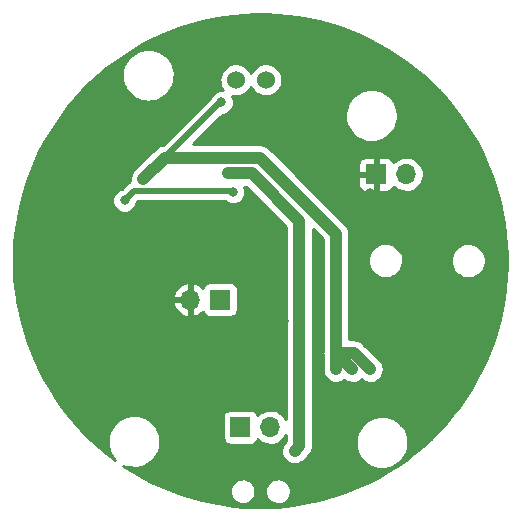
<source format=gbr>
G04 #@! TF.GenerationSoftware,KiCad,Pcbnew,6.0.0-unknown-120637b~86~ubuntu16.04.1*
G04 #@! TF.CreationDate,2019-08-06T10:20:09+03:00*
G04 #@! TF.ProjectId,contact-mic,636f6e74-6163-4742-9d6d-69632e6b6963,rev?*
G04 #@! TF.SameCoordinates,Original*
G04 #@! TF.FileFunction,Copper,L2,Bot*
G04 #@! TF.FilePolarity,Positive*
%FSLAX46Y46*%
G04 Gerber Fmt 4.6, Leading zero omitted, Abs format (unit mm)*
G04 Created by KiCad (PCBNEW 6.0.0-unknown-120637b~86~ubuntu16.04.1) date 2019-08-06 10:20:09*
%MOMM*%
%LPD*%
G04 APERTURE LIST*
%ADD10C,1.524000*%
%ADD11R,1.700000X1.700000*%
%ADD12O,1.700000X1.700000*%
%ADD13C,0.800000*%
%ADD14C,0.500000*%
%ADD15C,1.000000*%
%ADD16C,0.254000*%
G04 APERTURE END LIST*
D10*
X97930000Y-84700000D03*
X100470000Y-84700000D03*
D11*
X109800000Y-92700000D03*
D12*
X112340000Y-92700000D03*
D11*
X96600000Y-103300000D03*
D12*
X94060000Y-103300000D03*
D11*
X98300000Y-114100000D03*
D12*
X100840000Y-114100000D03*
D13*
X97300000Y-92600000D03*
X102900000Y-116100000D03*
X109300000Y-109200000D03*
X107800000Y-109200000D03*
X106400000Y-109200000D03*
X90100000Y-93100000D03*
X109300000Y-94300000D03*
X109800000Y-90900000D03*
X106900000Y-96300000D03*
X108000000Y-92700000D03*
X118900000Y-103700000D03*
X114400000Y-103800000D03*
X116700000Y-106100000D03*
X100800000Y-103700000D03*
X102000000Y-105100000D03*
X92100000Y-95800000D03*
X90400000Y-96600000D03*
X90400000Y-97800000D03*
X93600000Y-98100000D03*
X93700000Y-96800000D03*
X97687500Y-94182498D03*
X88500000Y-94900000D03*
X96700000Y-86600000D03*
D14*
X88500000Y-94900000D02*
X89300000Y-94100000D01*
X89300000Y-94100000D02*
X97605002Y-94100000D01*
X97605002Y-94100000D02*
X97687500Y-94182498D01*
D15*
X90100000Y-93100000D02*
X91900000Y-91300000D01*
X91900000Y-91300000D02*
X99997070Y-91300000D01*
X99997070Y-91300000D02*
X106400000Y-97702930D01*
X106400000Y-97702930D02*
X106400000Y-107800000D01*
X102900000Y-116100000D02*
X103299999Y-115700001D01*
X103299999Y-115700001D02*
X103299999Y-96647747D01*
X99252252Y-92600000D02*
X97300000Y-92600000D01*
X103299999Y-96647747D02*
X99252252Y-92600000D01*
X107900000Y-107800000D02*
X109300000Y-109200000D01*
X106400000Y-107800000D02*
X107900000Y-107800000D01*
X106400000Y-107800000D02*
X106400000Y-109200000D01*
X106400000Y-107800000D02*
X107800000Y-109200000D01*
D14*
X90100000Y-93100000D02*
X96600000Y-86600000D01*
X96600000Y-86600000D02*
X96700000Y-86600000D01*
D16*
G36*
X91577602Y-119096084D02*
G01*
X90752696Y-118710547D01*
X89945321Y-118289359D01*
X89157131Y-117833380D01*
X88395156Y-117347013D01*
X88664028Y-117447006D01*
X88961294Y-117513452D01*
X89264828Y-117538941D01*
X89569012Y-117523000D01*
X89868220Y-117465923D01*
X90156911Y-117368767D01*
X90429747Y-117233330D01*
X90681678Y-117062119D01*
X90908041Y-116858300D01*
X91104649Y-116625646D01*
X91267863Y-116368463D01*
X91394663Y-116091507D01*
X91482702Y-115799906D01*
X91530456Y-115498399D01*
X91534122Y-115148356D01*
X91492692Y-114845916D01*
X91410780Y-114552534D01*
X91289808Y-114272984D01*
X91132015Y-114012438D01*
X90940323Y-113775718D01*
X90718277Y-113567204D01*
X90469988Y-113390753D01*
X90200049Y-113249633D01*
X89913454Y-113146452D01*
X89615509Y-113083121D01*
X89311724Y-113060813D01*
X89007723Y-113079939D01*
X88709131Y-113140147D01*
X88421472Y-113240319D01*
X88150070Y-113378606D01*
X87899946Y-113552446D01*
X87675729Y-113758624D01*
X87481568Y-113993324D01*
X87321057Y-114252203D01*
X87197163Y-114530471D01*
X87112183Y-114822979D01*
X87067685Y-115124313D01*
X87064496Y-115428898D01*
X87102672Y-115731098D01*
X87181510Y-116025321D01*
X87299547Y-116306122D01*
X87454602Y-116568307D01*
X87643805Y-116807021D01*
X87695326Y-116856428D01*
X87644116Y-116820503D01*
X86922165Y-116265529D01*
X86225131Y-115679611D01*
X85554306Y-115063835D01*
X84910971Y-114419376D01*
X84296376Y-113747488D01*
X83711664Y-113049419D01*
X83157963Y-112326516D01*
X82636309Y-111580131D01*
X82147725Y-110811730D01*
X81693113Y-110022729D01*
X81273348Y-109214648D01*
X80889239Y-108389043D01*
X80541503Y-107547458D01*
X80230804Y-106691494D01*
X79957744Y-105822820D01*
X79722831Y-104943041D01*
X79526520Y-104053862D01*
X79416727Y-103428000D01*
X92570513Y-103428000D01*
X92633456Y-103727983D01*
X92725961Y-103962222D01*
X92856610Y-104177526D01*
X93021669Y-104367739D01*
X93216416Y-104527422D01*
X93435284Y-104652009D01*
X93674831Y-104738960D01*
X93932000Y-104773047D01*
X93932000Y-103428000D01*
X92570513Y-103428000D01*
X79416727Y-103428000D01*
X79371817Y-103172000D01*
X92579957Y-103172000D01*
X93932000Y-103172000D01*
X93932000Y-101826953D01*
X94188000Y-101826953D01*
X94188000Y-104799978D01*
X94554708Y-104704800D01*
X94784329Y-104601363D01*
X94993240Y-104460716D01*
X95147535Y-104313526D01*
X95188795Y-104467512D01*
X95336185Y-104643165D01*
X95529814Y-104754956D01*
X95738976Y-104791837D01*
X97466588Y-104791837D01*
X97767512Y-104711205D01*
X97943165Y-104563815D01*
X98054956Y-104370186D01*
X98091837Y-104161024D01*
X98091837Y-102433412D01*
X98011205Y-102132489D01*
X97863815Y-101956835D01*
X97670186Y-101845044D01*
X97461024Y-101808163D01*
X95733412Y-101808163D01*
X95432489Y-101888795D01*
X95256835Y-102036185D01*
X95145044Y-102229814D01*
X95136796Y-102276588D01*
X95098331Y-102232261D01*
X94903584Y-102072578D01*
X94684716Y-101947991D01*
X94445169Y-101861040D01*
X94188000Y-101826953D01*
X93932000Y-101826953D01*
X93932000Y-101800022D01*
X93565292Y-101895200D01*
X93335671Y-101998637D01*
X93126760Y-102139284D01*
X92944534Y-102313119D01*
X92794203Y-102515172D01*
X92680064Y-102739666D01*
X92605382Y-102980181D01*
X92579957Y-103172000D01*
X79371817Y-103172000D01*
X79369176Y-103156948D01*
X79251109Y-102254058D01*
X79172538Y-101346858D01*
X79133611Y-100437086D01*
X79134406Y-99526487D01*
X79174919Y-98616807D01*
X79255075Y-97709744D01*
X79374720Y-96807039D01*
X79533628Y-95910398D01*
X79731488Y-95021579D01*
X79800781Y-94763872D01*
X87466000Y-94763872D01*
X87466000Y-95036128D01*
X87536466Y-95299109D01*
X87672594Y-95534891D01*
X87865109Y-95727406D01*
X88100891Y-95863534D01*
X88363872Y-95934000D01*
X88636128Y-95934000D01*
X88899109Y-95863534D01*
X89134891Y-95727406D01*
X89327406Y-95534891D01*
X89463534Y-95299109D01*
X89504705Y-95145458D01*
X89666163Y-94984000D01*
X97026705Y-94984000D01*
X97052609Y-95009904D01*
X97288391Y-95146032D01*
X97551372Y-95216498D01*
X97823628Y-95216498D01*
X98086609Y-95146032D01*
X98322391Y-95009904D01*
X98514906Y-94817389D01*
X98651034Y-94581607D01*
X98721500Y-94318626D01*
X98721500Y-94046370D01*
X98651034Y-93783389D01*
X98622519Y-93734000D01*
X98782535Y-93734000D01*
X102166000Y-97117465D01*
X102165999Y-113424529D01*
X102043390Y-113222474D01*
X101878331Y-113032261D01*
X101683584Y-112872578D01*
X101464716Y-112747991D01*
X101225169Y-112661040D01*
X100885352Y-112616000D01*
X100776810Y-112616000D01*
X100589058Y-112631931D01*
X100345292Y-112695200D01*
X100115671Y-112798637D01*
X99906760Y-112939284D01*
X99752465Y-113086474D01*
X99711205Y-112932489D01*
X99563815Y-112756835D01*
X99370186Y-112645044D01*
X99161024Y-112608163D01*
X97433412Y-112608163D01*
X97132489Y-112688795D01*
X96956835Y-112836185D01*
X96845044Y-113029814D01*
X96808163Y-113238976D01*
X96808163Y-114966588D01*
X96888795Y-115267512D01*
X97036185Y-115443165D01*
X97229814Y-115554956D01*
X97438976Y-115591837D01*
X99166588Y-115591837D01*
X99467512Y-115511205D01*
X99643165Y-115363815D01*
X99754956Y-115170186D01*
X99763204Y-115123412D01*
X99801669Y-115167739D01*
X99996416Y-115327422D01*
X100215284Y-115452009D01*
X100454831Y-115538960D01*
X100794648Y-115584000D01*
X100903190Y-115584000D01*
X101090942Y-115568069D01*
X101334708Y-115504800D01*
X101564329Y-115401363D01*
X101773240Y-115260716D01*
X101955466Y-115086881D01*
X102105797Y-114884828D01*
X102165999Y-114766420D01*
X102165999Y-115230285D01*
X102049512Y-115346771D01*
X101922899Y-115508246D01*
X101809951Y-115758399D01*
X101759932Y-116028274D01*
X101775733Y-116302288D01*
X101856437Y-116564624D01*
X101997389Y-116800136D01*
X102190449Y-116995231D01*
X102424474Y-117138641D01*
X102685951Y-117222088D01*
X102959784Y-117240755D01*
X103230167Y-117193566D01*
X103481795Y-117083109D01*
X103654817Y-116948901D01*
X104074047Y-116529670D01*
X104148909Y-116464364D01*
X104210745Y-116376381D01*
X104277100Y-116291755D01*
X104289460Y-116264380D01*
X104306732Y-116239805D01*
X104345789Y-116139625D01*
X104390048Y-116041604D01*
X104395523Y-116012069D01*
X104406554Y-115983772D01*
X104418945Y-115885692D01*
X104440067Y-115771728D01*
X104433999Y-115666499D01*
X104433999Y-115528898D01*
X108064496Y-115528898D01*
X108102672Y-115831098D01*
X108181510Y-116125321D01*
X108299547Y-116406122D01*
X108454602Y-116668307D01*
X108643805Y-116907021D01*
X108863655Y-117117849D01*
X109110083Y-117296890D01*
X109378530Y-117440830D01*
X109664028Y-117547006D01*
X109961294Y-117613452D01*
X110264828Y-117638941D01*
X110569012Y-117623000D01*
X110868220Y-117565923D01*
X111156911Y-117468767D01*
X111429747Y-117333330D01*
X111681678Y-117162119D01*
X111908041Y-116958300D01*
X112104649Y-116725646D01*
X112267863Y-116468463D01*
X112394663Y-116191507D01*
X112482702Y-115899906D01*
X112530456Y-115598399D01*
X112534122Y-115248356D01*
X112492692Y-114945916D01*
X112410780Y-114652534D01*
X112289808Y-114372984D01*
X112132015Y-114112438D01*
X111940323Y-113875718D01*
X111718277Y-113667204D01*
X111469988Y-113490753D01*
X111200049Y-113349633D01*
X110913454Y-113246452D01*
X110615509Y-113183121D01*
X110311724Y-113160813D01*
X110007723Y-113179939D01*
X109709131Y-113240147D01*
X109421472Y-113340319D01*
X109150070Y-113478606D01*
X108899946Y-113652446D01*
X108675729Y-113858624D01*
X108481568Y-114093324D01*
X108321057Y-114352203D01*
X108197163Y-114630471D01*
X108112183Y-114922979D01*
X108067685Y-115224313D01*
X108064496Y-115528898D01*
X104433999Y-115528898D01*
X104433999Y-97340646D01*
X105266000Y-98172647D01*
X105266001Y-107733549D01*
X105266000Y-107733557D01*
X105266000Y-107760692D01*
X105259245Y-107859784D01*
X105265437Y-107895264D01*
X105265248Y-107931292D01*
X105266000Y-107934425D01*
X105266001Y-109268772D01*
X105290652Y-109472482D01*
X105387671Y-109729233D01*
X105543133Y-109955431D01*
X105748063Y-110138017D01*
X105990629Y-110266449D01*
X106256830Y-110333314D01*
X106531296Y-110334752D01*
X106798182Y-110270678D01*
X107042080Y-110144792D01*
X107101231Y-110093191D01*
X107208245Y-110177101D01*
X107458398Y-110290049D01*
X107728273Y-110340068D01*
X108002288Y-110324267D01*
X108264624Y-110243563D01*
X108500137Y-110102611D01*
X108550139Y-110053130D01*
X108708245Y-110177101D01*
X108958398Y-110290049D01*
X109228273Y-110340068D01*
X109502288Y-110324267D01*
X109764624Y-110243563D01*
X110000136Y-110102611D01*
X110195231Y-109909551D01*
X110338641Y-109675526D01*
X110422088Y-109414049D01*
X110440755Y-109140215D01*
X110393566Y-108869832D01*
X110283109Y-108618204D01*
X110148901Y-108445182D01*
X108729669Y-107025952D01*
X108664363Y-106951090D01*
X108576380Y-106889254D01*
X108491754Y-106822899D01*
X108464378Y-106810538D01*
X108439804Y-106793268D01*
X108339615Y-106754205D01*
X108241600Y-106709950D01*
X108212071Y-106704478D01*
X108183772Y-106693445D01*
X108085693Y-106681055D01*
X107971726Y-106659932D01*
X107866497Y-106666000D01*
X107534000Y-106666000D01*
X107534000Y-99984404D01*
X109110720Y-99984404D01*
X109129384Y-100235554D01*
X109190097Y-100479970D01*
X109291123Y-100710662D01*
X109429575Y-100921033D01*
X109601493Y-101105071D01*
X109801960Y-101257510D01*
X110025246Y-101373992D01*
X110264966Y-101451190D01*
X110514266Y-101486892D01*
X110766017Y-101480080D01*
X111013022Y-101430948D01*
X111248216Y-101340901D01*
X111464877Y-101212512D01*
X111656807Y-101049455D01*
X111818521Y-100856391D01*
X111945393Y-100638840D01*
X112033796Y-100403022D01*
X112081318Y-100155082D01*
X112083104Y-99984404D01*
X116110720Y-99984404D01*
X116129384Y-100235554D01*
X116190097Y-100479970D01*
X116291123Y-100710662D01*
X116429575Y-100921033D01*
X116601493Y-101105071D01*
X116801960Y-101257510D01*
X117025246Y-101373992D01*
X117264966Y-101451190D01*
X117514266Y-101486892D01*
X117766017Y-101480080D01*
X118013022Y-101430948D01*
X118248216Y-101340901D01*
X118464877Y-101212512D01*
X118656807Y-101049455D01*
X118818521Y-100856391D01*
X118945393Y-100638840D01*
X119033796Y-100403022D01*
X119081318Y-100155082D01*
X119084240Y-99875974D01*
X119041922Y-99627094D01*
X118958477Y-99389476D01*
X118836188Y-99169315D01*
X118678554Y-98972907D01*
X118490080Y-98805866D01*
X118276156Y-98672969D01*
X118042899Y-98578016D01*
X117796977Y-98523721D01*
X117545424Y-98511638D01*
X117295431Y-98542113D01*
X117054147Y-98614272D01*
X116828470Y-98726053D01*
X116624854Y-98874261D01*
X116449120Y-99054656D01*
X116306293Y-99262083D01*
X116200457Y-99490609D01*
X116134639Y-99733699D01*
X116110720Y-99984404D01*
X112083104Y-99984404D01*
X112084240Y-99875974D01*
X112041922Y-99627094D01*
X111958477Y-99389476D01*
X111836188Y-99169315D01*
X111678554Y-98972907D01*
X111490080Y-98805866D01*
X111276156Y-98672969D01*
X111042899Y-98578016D01*
X110796977Y-98523721D01*
X110545424Y-98511638D01*
X110295431Y-98542113D01*
X110054147Y-98614272D01*
X109828470Y-98726053D01*
X109624854Y-98874261D01*
X109449120Y-99054656D01*
X109306293Y-99262083D01*
X109200457Y-99490609D01*
X109134639Y-99733699D01*
X109110720Y-99984404D01*
X107534000Y-99984404D01*
X107534000Y-97742232D01*
X107540755Y-97643145D01*
X107522269Y-97537222D01*
X107509349Y-97430447D01*
X107498729Y-97402345D01*
X107493567Y-97372762D01*
X107450347Y-97274307D01*
X107412331Y-97173698D01*
X107395316Y-97148940D01*
X107383109Y-97121133D01*
X107322519Y-97043020D01*
X107256868Y-96947499D01*
X107178149Y-96877362D01*
X103128787Y-92828000D01*
X108308163Y-92828000D01*
X108308163Y-93566588D01*
X108388795Y-93867512D01*
X108536185Y-94043165D01*
X108729814Y-94154956D01*
X108938976Y-94191837D01*
X109672000Y-94191837D01*
X109672000Y-92828000D01*
X108308163Y-92828000D01*
X103128787Y-92828000D01*
X102139763Y-91838976D01*
X108308163Y-91838976D01*
X108308163Y-92572000D01*
X109672000Y-92572000D01*
X109672000Y-91208163D01*
X109928000Y-91208163D01*
X109928000Y-94191837D01*
X110666588Y-94191837D01*
X110967512Y-94111205D01*
X111143165Y-93963815D01*
X111254956Y-93770186D01*
X111263204Y-93723412D01*
X111301669Y-93767739D01*
X111496416Y-93927422D01*
X111715284Y-94052009D01*
X111954831Y-94138960D01*
X112294648Y-94184000D01*
X112403190Y-94184000D01*
X112590942Y-94168069D01*
X112834708Y-94104800D01*
X113064329Y-94001363D01*
X113273240Y-93860716D01*
X113455466Y-93686881D01*
X113605797Y-93484828D01*
X113719936Y-93260334D01*
X113794618Y-93019819D01*
X113827708Y-92770159D01*
X113818260Y-92518492D01*
X113766544Y-92272017D01*
X113674039Y-92037778D01*
X113543390Y-91822474D01*
X113378331Y-91632261D01*
X113183584Y-91472578D01*
X112964716Y-91347991D01*
X112725169Y-91261040D01*
X112385352Y-91216000D01*
X112276810Y-91216000D01*
X112089058Y-91231931D01*
X111845292Y-91295200D01*
X111615671Y-91398637D01*
X111406760Y-91539284D01*
X111252465Y-91686474D01*
X111211205Y-91532489D01*
X111063815Y-91356835D01*
X110870186Y-91245044D01*
X110661024Y-91208163D01*
X109928000Y-91208163D01*
X109672000Y-91208163D01*
X108933412Y-91208163D01*
X108632489Y-91288795D01*
X108456835Y-91436185D01*
X108345044Y-91629814D01*
X108308163Y-91838976D01*
X102139763Y-91838976D01*
X100826746Y-90525960D01*
X100761433Y-90451090D01*
X100673450Y-90389254D01*
X100588824Y-90322899D01*
X100561448Y-90310538D01*
X100536874Y-90293268D01*
X100436685Y-90254205D01*
X100338670Y-90209950D01*
X100309141Y-90204478D01*
X100280842Y-90193445D01*
X100182763Y-90181055D01*
X100068796Y-90159932D01*
X99963567Y-90166000D01*
X94284164Y-90166000D01*
X96621266Y-87828898D01*
X107164496Y-87828898D01*
X107202672Y-88131098D01*
X107281510Y-88425321D01*
X107399547Y-88706122D01*
X107554602Y-88968307D01*
X107743805Y-89207021D01*
X107963655Y-89417849D01*
X108210083Y-89596890D01*
X108478530Y-89740830D01*
X108764028Y-89847006D01*
X109061294Y-89913452D01*
X109364828Y-89938941D01*
X109669012Y-89923000D01*
X109968220Y-89865923D01*
X110256911Y-89768767D01*
X110529747Y-89633330D01*
X110781678Y-89462119D01*
X111008041Y-89258300D01*
X111204649Y-89025646D01*
X111367863Y-88768463D01*
X111494663Y-88491507D01*
X111582702Y-88199906D01*
X111630456Y-87898399D01*
X111634122Y-87548356D01*
X111592692Y-87245916D01*
X111510780Y-86952534D01*
X111389808Y-86672984D01*
X111232015Y-86412438D01*
X111040323Y-86175718D01*
X110818277Y-85967204D01*
X110569988Y-85790753D01*
X110300049Y-85649633D01*
X110013454Y-85546452D01*
X109715509Y-85483121D01*
X109411724Y-85460813D01*
X109107723Y-85479939D01*
X108809131Y-85540147D01*
X108521472Y-85640319D01*
X108250070Y-85778606D01*
X107999946Y-85952446D01*
X107775729Y-86158624D01*
X107581568Y-86393324D01*
X107421057Y-86652203D01*
X107297163Y-86930471D01*
X107212183Y-87222979D01*
X107167685Y-87524313D01*
X107164496Y-87828898D01*
X96621266Y-87828898D01*
X96816164Y-87634000D01*
X96836128Y-87634000D01*
X97099109Y-87563534D01*
X97334891Y-87427406D01*
X97527406Y-87234891D01*
X97663534Y-86999109D01*
X97734000Y-86736128D01*
X97734000Y-86463872D01*
X97663534Y-86200891D01*
X97576821Y-86050699D01*
X97689019Y-86080762D01*
X97937339Y-86101615D01*
X98185428Y-86078164D01*
X98425442Y-86011150D01*
X98649796Y-85902693D01*
X98851399Y-85756221D01*
X99023878Y-85576362D01*
X99161780Y-85368802D01*
X99200119Y-85280206D01*
X99245291Y-85381664D01*
X99385360Y-85587768D01*
X99559711Y-85765811D01*
X99762837Y-85910164D01*
X99988315Y-86016266D01*
X100229019Y-86080762D01*
X100477339Y-86101615D01*
X100725428Y-86078164D01*
X100965442Y-86011150D01*
X101189796Y-85902693D01*
X101391399Y-85756221D01*
X101563878Y-85576362D01*
X101701780Y-85368802D01*
X101800747Y-85140102D01*
X101858031Y-84895872D01*
X101866380Y-84577041D01*
X101821956Y-84330147D01*
X101735094Y-84096581D01*
X101608244Y-83882089D01*
X101445414Y-83693449D01*
X101251754Y-83536627D01*
X101033384Y-83416576D01*
X100797205Y-83337093D01*
X100550684Y-83300690D01*
X100301612Y-83308517D01*
X100057863Y-83360328D01*
X99827141Y-83454484D01*
X99616739Y-83588009D01*
X99433308Y-83756683D01*
X99282645Y-83955173D01*
X99201634Y-84114167D01*
X99195094Y-84096581D01*
X99068244Y-83882089D01*
X98905414Y-83693449D01*
X98711754Y-83536627D01*
X98493384Y-83416576D01*
X98257205Y-83337093D01*
X98010684Y-83300690D01*
X97761612Y-83308517D01*
X97517863Y-83360328D01*
X97287141Y-83454484D01*
X97076739Y-83588009D01*
X96893308Y-83756683D01*
X96742645Y-83955173D01*
X96629513Y-84177208D01*
X96557489Y-84415766D01*
X96528847Y-84663310D01*
X96544494Y-84912013D01*
X96603934Y-85154014D01*
X96705291Y-85381664D01*
X96830566Y-85566000D01*
X96563872Y-85566000D01*
X96300891Y-85636466D01*
X96065109Y-85772594D01*
X95872594Y-85965109D01*
X95736465Y-86200891D01*
X95731897Y-86217939D01*
X91780101Y-90169736D01*
X91734291Y-90177731D01*
X91627517Y-90190651D01*
X91599415Y-90201271D01*
X91569832Y-90206433D01*
X91471377Y-90249653D01*
X91370768Y-90287669D01*
X91346010Y-90304684D01*
X91318203Y-90316891D01*
X91240090Y-90377481D01*
X91144569Y-90443132D01*
X91074440Y-90521843D01*
X89249512Y-92346771D01*
X89122899Y-92508246D01*
X89009951Y-92758399D01*
X88959932Y-93028274D01*
X88974272Y-93276950D01*
X88966398Y-93280529D01*
X88880354Y-93311592D01*
X88852102Y-93332498D01*
X88818836Y-93347622D01*
X88740850Y-93414819D01*
X88718413Y-93431422D01*
X88698684Y-93451152D01*
X88627009Y-93512911D01*
X88608741Y-93541094D01*
X88254541Y-93895295D01*
X88100891Y-93936466D01*
X87865109Y-94072594D01*
X87672594Y-94265109D01*
X87536466Y-94500891D01*
X87466000Y-94763872D01*
X79800781Y-94763872D01*
X79967935Y-94142217D01*
X80242511Y-93274015D01*
X80554704Y-92418596D01*
X80903916Y-91577602D01*
X81289453Y-90752696D01*
X81710641Y-89945321D01*
X82166620Y-89157131D01*
X82656544Y-88389584D01*
X83179497Y-87644116D01*
X83734471Y-86922165D01*
X84320389Y-86225131D01*
X84936165Y-85554306D01*
X85580624Y-84910971D01*
X86107636Y-84428898D01*
X88264496Y-84428898D01*
X88302672Y-84731098D01*
X88381510Y-85025321D01*
X88499547Y-85306122D01*
X88654602Y-85568307D01*
X88843805Y-85807021D01*
X89063655Y-86017849D01*
X89310083Y-86196890D01*
X89578530Y-86340830D01*
X89864028Y-86447006D01*
X90161294Y-86513452D01*
X90464828Y-86538941D01*
X90769012Y-86523000D01*
X91068220Y-86465923D01*
X91356911Y-86368767D01*
X91629747Y-86233330D01*
X91881678Y-86062119D01*
X92108041Y-85858300D01*
X92304649Y-85625646D01*
X92467863Y-85368463D01*
X92594663Y-85091507D01*
X92682702Y-84799906D01*
X92730456Y-84498399D01*
X92734122Y-84148356D01*
X92692692Y-83845916D01*
X92610780Y-83552534D01*
X92489808Y-83272984D01*
X92332015Y-83012438D01*
X92140323Y-82775718D01*
X91918277Y-82567204D01*
X91669988Y-82390753D01*
X91400049Y-82249633D01*
X91113454Y-82146452D01*
X90815509Y-82083121D01*
X90511724Y-82060813D01*
X90207723Y-82079939D01*
X89909131Y-82140147D01*
X89621472Y-82240319D01*
X89350070Y-82378606D01*
X89099946Y-82552446D01*
X88875729Y-82758624D01*
X88681568Y-82993324D01*
X88521057Y-83252203D01*
X88397163Y-83530471D01*
X88312183Y-83822979D01*
X88267685Y-84124313D01*
X88264496Y-84428898D01*
X86107636Y-84428898D01*
X86252512Y-84296376D01*
X86950581Y-83711664D01*
X87673484Y-83157963D01*
X88419869Y-82636309D01*
X89188270Y-82147725D01*
X89977271Y-81693113D01*
X90785352Y-81273348D01*
X91610957Y-80889239D01*
X92452542Y-80541503D01*
X93308506Y-80230804D01*
X94177180Y-79957744D01*
X95056959Y-79722831D01*
X95946138Y-79526520D01*
X96843052Y-79369176D01*
X97745942Y-79251109D01*
X98653142Y-79172538D01*
X99562914Y-79133611D01*
X100473513Y-79134406D01*
X101383193Y-79174919D01*
X102290256Y-79255075D01*
X103192961Y-79374720D01*
X104089602Y-79533628D01*
X104978421Y-79731488D01*
X105857783Y-79967935D01*
X106725985Y-80242511D01*
X107581404Y-80554704D01*
X108422398Y-80903916D01*
X109247304Y-81289453D01*
X110054679Y-81710641D01*
X110842869Y-82166620D01*
X111610416Y-82656544D01*
X112355884Y-83179497D01*
X113077835Y-83734471D01*
X113774869Y-84320389D01*
X114445694Y-84936165D01*
X115089029Y-85580624D01*
X115703624Y-86252512D01*
X116288336Y-86950581D01*
X116842037Y-87673484D01*
X117363691Y-88419869D01*
X117852275Y-89188270D01*
X118306887Y-89977271D01*
X118726652Y-90785352D01*
X119110761Y-91610957D01*
X119458497Y-92452542D01*
X119769196Y-93308506D01*
X120042256Y-94177180D01*
X120277169Y-95056959D01*
X120473480Y-95946138D01*
X120630824Y-96843052D01*
X120748891Y-97745942D01*
X120827462Y-98653142D01*
X120866389Y-99562914D01*
X120865594Y-100473513D01*
X120825081Y-101383193D01*
X120744925Y-102290256D01*
X120625280Y-103192961D01*
X120466372Y-104089602D01*
X120268512Y-104978421D01*
X120032065Y-105857783D01*
X119757489Y-106725985D01*
X119445296Y-107581404D01*
X119096084Y-108422398D01*
X118710547Y-109247304D01*
X118289359Y-110054679D01*
X117833380Y-110842869D01*
X117343456Y-111610416D01*
X116820503Y-112355884D01*
X116265529Y-113077835D01*
X115679611Y-113774869D01*
X115063835Y-114445694D01*
X114419376Y-115089029D01*
X113747488Y-115703624D01*
X113049419Y-116288336D01*
X112326516Y-116842037D01*
X111580131Y-117363691D01*
X110811730Y-117852275D01*
X110022729Y-118306887D01*
X109214648Y-118726652D01*
X108389043Y-119110761D01*
X107547458Y-119458497D01*
X106691494Y-119769196D01*
X105822820Y-120042256D01*
X104943041Y-120277169D01*
X104053862Y-120473480D01*
X103156948Y-120630824D01*
X102254058Y-120748891D01*
X101346858Y-120827462D01*
X100437086Y-120866389D01*
X99526487Y-120865594D01*
X98616807Y-120825081D01*
X97709744Y-120744925D01*
X96807039Y-120625280D01*
X95910398Y-120466372D01*
X95021579Y-120268512D01*
X94142217Y-120032065D01*
X93274015Y-119757489D01*
X92640268Y-119526197D01*
X97410418Y-119526197D01*
X97431908Y-119745365D01*
X97497029Y-119955736D01*
X97603120Y-120148716D01*
X97745849Y-120316422D01*
X97919384Y-120452002D01*
X98116638Y-120549919D01*
X98329551Y-120606174D01*
X98549427Y-120618467D01*
X98767284Y-120586297D01*
X98974222Y-120510977D01*
X99161789Y-120395585D01*
X99322323Y-120244834D01*
X99449265Y-120064883D01*
X99537429Y-119863082D01*
X99583262Y-119647458D01*
X99583684Y-119526197D01*
X100410418Y-119526197D01*
X100431908Y-119745365D01*
X100497029Y-119955736D01*
X100603120Y-120148716D01*
X100745849Y-120316422D01*
X100919384Y-120452002D01*
X101116638Y-120549919D01*
X101329551Y-120606174D01*
X101549427Y-120618467D01*
X101767284Y-120586297D01*
X101974222Y-120510977D01*
X102161789Y-120395585D01*
X102322323Y-120244834D01*
X102449265Y-120064883D01*
X102537429Y-119863082D01*
X102583262Y-119647458D01*
X102584055Y-119420108D01*
X102539729Y-119204169D01*
X102452975Y-119001757D01*
X102327294Y-118820924D01*
X102167817Y-118669056D01*
X101981060Y-118552358D01*
X101774652Y-118475595D01*
X101557024Y-118441905D01*
X101337067Y-118452663D01*
X101123768Y-118507429D01*
X100925835Y-118603966D01*
X100751357Y-118738333D01*
X100607462Y-118905037D01*
X100500025Y-119097272D01*
X100433437Y-119307184D01*
X100410418Y-119526197D01*
X99583684Y-119526197D01*
X99584055Y-119420108D01*
X99539729Y-119204169D01*
X99452975Y-119001757D01*
X99327294Y-118820924D01*
X99167817Y-118669056D01*
X98981060Y-118552358D01*
X98774652Y-118475595D01*
X98557024Y-118441905D01*
X98337067Y-118452663D01*
X98123768Y-118507429D01*
X97925835Y-118603966D01*
X97751357Y-118738333D01*
X97607462Y-118905037D01*
X97500025Y-119097272D01*
X97433437Y-119307184D01*
X97410418Y-119526197D01*
X92640268Y-119526197D01*
X92418596Y-119445296D01*
X91577602Y-119096084D01*
X91577602Y-119096084D01*
G37*
X91577602Y-119096084D02*
X90752696Y-118710547D01*
X89945321Y-118289359D01*
X89157131Y-117833380D01*
X88395156Y-117347013D01*
X88664028Y-117447006D01*
X88961294Y-117513452D01*
X89264828Y-117538941D01*
X89569012Y-117523000D01*
X89868220Y-117465923D01*
X90156911Y-117368767D01*
X90429747Y-117233330D01*
X90681678Y-117062119D01*
X90908041Y-116858300D01*
X91104649Y-116625646D01*
X91267863Y-116368463D01*
X91394663Y-116091507D01*
X91482702Y-115799906D01*
X91530456Y-115498399D01*
X91534122Y-115148356D01*
X91492692Y-114845916D01*
X91410780Y-114552534D01*
X91289808Y-114272984D01*
X91132015Y-114012438D01*
X90940323Y-113775718D01*
X90718277Y-113567204D01*
X90469988Y-113390753D01*
X90200049Y-113249633D01*
X89913454Y-113146452D01*
X89615509Y-113083121D01*
X89311724Y-113060813D01*
X89007723Y-113079939D01*
X88709131Y-113140147D01*
X88421472Y-113240319D01*
X88150070Y-113378606D01*
X87899946Y-113552446D01*
X87675729Y-113758624D01*
X87481568Y-113993324D01*
X87321057Y-114252203D01*
X87197163Y-114530471D01*
X87112183Y-114822979D01*
X87067685Y-115124313D01*
X87064496Y-115428898D01*
X87102672Y-115731098D01*
X87181510Y-116025321D01*
X87299547Y-116306122D01*
X87454602Y-116568307D01*
X87643805Y-116807021D01*
X87695326Y-116856428D01*
X87644116Y-116820503D01*
X86922165Y-116265529D01*
X86225131Y-115679611D01*
X85554306Y-115063835D01*
X84910971Y-114419376D01*
X84296376Y-113747488D01*
X83711664Y-113049419D01*
X83157963Y-112326516D01*
X82636309Y-111580131D01*
X82147725Y-110811730D01*
X81693113Y-110022729D01*
X81273348Y-109214648D01*
X80889239Y-108389043D01*
X80541503Y-107547458D01*
X80230804Y-106691494D01*
X79957744Y-105822820D01*
X79722831Y-104943041D01*
X79526520Y-104053862D01*
X79416727Y-103428000D01*
X92570513Y-103428000D01*
X92633456Y-103727983D01*
X92725961Y-103962222D01*
X92856610Y-104177526D01*
X93021669Y-104367739D01*
X93216416Y-104527422D01*
X93435284Y-104652009D01*
X93674831Y-104738960D01*
X93932000Y-104773047D01*
X93932000Y-103428000D01*
X92570513Y-103428000D01*
X79416727Y-103428000D01*
X79371817Y-103172000D01*
X92579957Y-103172000D01*
X93932000Y-103172000D01*
X93932000Y-101826953D01*
X94188000Y-101826953D01*
X94188000Y-104799978D01*
X94554708Y-104704800D01*
X94784329Y-104601363D01*
X94993240Y-104460716D01*
X95147535Y-104313526D01*
X95188795Y-104467512D01*
X95336185Y-104643165D01*
X95529814Y-104754956D01*
X95738976Y-104791837D01*
X97466588Y-104791837D01*
X97767512Y-104711205D01*
X97943165Y-104563815D01*
X98054956Y-104370186D01*
X98091837Y-104161024D01*
X98091837Y-102433412D01*
X98011205Y-102132489D01*
X97863815Y-101956835D01*
X97670186Y-101845044D01*
X97461024Y-101808163D01*
X95733412Y-101808163D01*
X95432489Y-101888795D01*
X95256835Y-102036185D01*
X95145044Y-102229814D01*
X95136796Y-102276588D01*
X95098331Y-102232261D01*
X94903584Y-102072578D01*
X94684716Y-101947991D01*
X94445169Y-101861040D01*
X94188000Y-101826953D01*
X93932000Y-101826953D01*
X93932000Y-101800022D01*
X93565292Y-101895200D01*
X93335671Y-101998637D01*
X93126760Y-102139284D01*
X92944534Y-102313119D01*
X92794203Y-102515172D01*
X92680064Y-102739666D01*
X92605382Y-102980181D01*
X92579957Y-103172000D01*
X79371817Y-103172000D01*
X79369176Y-103156948D01*
X79251109Y-102254058D01*
X79172538Y-101346858D01*
X79133611Y-100437086D01*
X79134406Y-99526487D01*
X79174919Y-98616807D01*
X79255075Y-97709744D01*
X79374720Y-96807039D01*
X79533628Y-95910398D01*
X79731488Y-95021579D01*
X79800781Y-94763872D01*
X87466000Y-94763872D01*
X87466000Y-95036128D01*
X87536466Y-95299109D01*
X87672594Y-95534891D01*
X87865109Y-95727406D01*
X88100891Y-95863534D01*
X88363872Y-95934000D01*
X88636128Y-95934000D01*
X88899109Y-95863534D01*
X89134891Y-95727406D01*
X89327406Y-95534891D01*
X89463534Y-95299109D01*
X89504705Y-95145458D01*
X89666163Y-94984000D01*
X97026705Y-94984000D01*
X97052609Y-95009904D01*
X97288391Y-95146032D01*
X97551372Y-95216498D01*
X97823628Y-95216498D01*
X98086609Y-95146032D01*
X98322391Y-95009904D01*
X98514906Y-94817389D01*
X98651034Y-94581607D01*
X98721500Y-94318626D01*
X98721500Y-94046370D01*
X98651034Y-93783389D01*
X98622519Y-93734000D01*
X98782535Y-93734000D01*
X102166000Y-97117465D01*
X102165999Y-113424529D01*
X102043390Y-113222474D01*
X101878331Y-113032261D01*
X101683584Y-112872578D01*
X101464716Y-112747991D01*
X101225169Y-112661040D01*
X100885352Y-112616000D01*
X100776810Y-112616000D01*
X100589058Y-112631931D01*
X100345292Y-112695200D01*
X100115671Y-112798637D01*
X99906760Y-112939284D01*
X99752465Y-113086474D01*
X99711205Y-112932489D01*
X99563815Y-112756835D01*
X99370186Y-112645044D01*
X99161024Y-112608163D01*
X97433412Y-112608163D01*
X97132489Y-112688795D01*
X96956835Y-112836185D01*
X96845044Y-113029814D01*
X96808163Y-113238976D01*
X96808163Y-114966588D01*
X96888795Y-115267512D01*
X97036185Y-115443165D01*
X97229814Y-115554956D01*
X97438976Y-115591837D01*
X99166588Y-115591837D01*
X99467512Y-115511205D01*
X99643165Y-115363815D01*
X99754956Y-115170186D01*
X99763204Y-115123412D01*
X99801669Y-115167739D01*
X99996416Y-115327422D01*
X100215284Y-115452009D01*
X100454831Y-115538960D01*
X100794648Y-115584000D01*
X100903190Y-115584000D01*
X101090942Y-115568069D01*
X101334708Y-115504800D01*
X101564329Y-115401363D01*
X101773240Y-115260716D01*
X101955466Y-115086881D01*
X102105797Y-114884828D01*
X102165999Y-114766420D01*
X102165999Y-115230285D01*
X102049512Y-115346771D01*
X101922899Y-115508246D01*
X101809951Y-115758399D01*
X101759932Y-116028274D01*
X101775733Y-116302288D01*
X101856437Y-116564624D01*
X101997389Y-116800136D01*
X102190449Y-116995231D01*
X102424474Y-117138641D01*
X102685951Y-117222088D01*
X102959784Y-117240755D01*
X103230167Y-117193566D01*
X103481795Y-117083109D01*
X103654817Y-116948901D01*
X104074047Y-116529670D01*
X104148909Y-116464364D01*
X104210745Y-116376381D01*
X104277100Y-116291755D01*
X104289460Y-116264380D01*
X104306732Y-116239805D01*
X104345789Y-116139625D01*
X104390048Y-116041604D01*
X104395523Y-116012069D01*
X104406554Y-115983772D01*
X104418945Y-115885692D01*
X104440067Y-115771728D01*
X104433999Y-115666499D01*
X104433999Y-115528898D01*
X108064496Y-115528898D01*
X108102672Y-115831098D01*
X108181510Y-116125321D01*
X108299547Y-116406122D01*
X108454602Y-116668307D01*
X108643805Y-116907021D01*
X108863655Y-117117849D01*
X109110083Y-117296890D01*
X109378530Y-117440830D01*
X109664028Y-117547006D01*
X109961294Y-117613452D01*
X110264828Y-117638941D01*
X110569012Y-117623000D01*
X110868220Y-117565923D01*
X111156911Y-117468767D01*
X111429747Y-117333330D01*
X111681678Y-117162119D01*
X111908041Y-116958300D01*
X112104649Y-116725646D01*
X112267863Y-116468463D01*
X112394663Y-116191507D01*
X112482702Y-115899906D01*
X112530456Y-115598399D01*
X112534122Y-115248356D01*
X112492692Y-114945916D01*
X112410780Y-114652534D01*
X112289808Y-114372984D01*
X112132015Y-114112438D01*
X111940323Y-113875718D01*
X111718277Y-113667204D01*
X111469988Y-113490753D01*
X111200049Y-113349633D01*
X110913454Y-113246452D01*
X110615509Y-113183121D01*
X110311724Y-113160813D01*
X110007723Y-113179939D01*
X109709131Y-113240147D01*
X109421472Y-113340319D01*
X109150070Y-113478606D01*
X108899946Y-113652446D01*
X108675729Y-113858624D01*
X108481568Y-114093324D01*
X108321057Y-114352203D01*
X108197163Y-114630471D01*
X108112183Y-114922979D01*
X108067685Y-115224313D01*
X108064496Y-115528898D01*
X104433999Y-115528898D01*
X104433999Y-97340646D01*
X105266000Y-98172647D01*
X105266001Y-107733549D01*
X105266000Y-107733557D01*
X105266000Y-107760692D01*
X105259245Y-107859784D01*
X105265437Y-107895264D01*
X105265248Y-107931292D01*
X105266000Y-107934425D01*
X105266001Y-109268772D01*
X105290652Y-109472482D01*
X105387671Y-109729233D01*
X105543133Y-109955431D01*
X105748063Y-110138017D01*
X105990629Y-110266449D01*
X106256830Y-110333314D01*
X106531296Y-110334752D01*
X106798182Y-110270678D01*
X107042080Y-110144792D01*
X107101231Y-110093191D01*
X107208245Y-110177101D01*
X107458398Y-110290049D01*
X107728273Y-110340068D01*
X108002288Y-110324267D01*
X108264624Y-110243563D01*
X108500137Y-110102611D01*
X108550139Y-110053130D01*
X108708245Y-110177101D01*
X108958398Y-110290049D01*
X109228273Y-110340068D01*
X109502288Y-110324267D01*
X109764624Y-110243563D01*
X110000136Y-110102611D01*
X110195231Y-109909551D01*
X110338641Y-109675526D01*
X110422088Y-109414049D01*
X110440755Y-109140215D01*
X110393566Y-108869832D01*
X110283109Y-108618204D01*
X110148901Y-108445182D01*
X108729669Y-107025952D01*
X108664363Y-106951090D01*
X108576380Y-106889254D01*
X108491754Y-106822899D01*
X108464378Y-106810538D01*
X108439804Y-106793268D01*
X108339615Y-106754205D01*
X108241600Y-106709950D01*
X108212071Y-106704478D01*
X108183772Y-106693445D01*
X108085693Y-106681055D01*
X107971726Y-106659932D01*
X107866497Y-106666000D01*
X107534000Y-106666000D01*
X107534000Y-99984404D01*
X109110720Y-99984404D01*
X109129384Y-100235554D01*
X109190097Y-100479970D01*
X109291123Y-100710662D01*
X109429575Y-100921033D01*
X109601493Y-101105071D01*
X109801960Y-101257510D01*
X110025246Y-101373992D01*
X110264966Y-101451190D01*
X110514266Y-101486892D01*
X110766017Y-101480080D01*
X111013022Y-101430948D01*
X111248216Y-101340901D01*
X111464877Y-101212512D01*
X111656807Y-101049455D01*
X111818521Y-100856391D01*
X111945393Y-100638840D01*
X112033796Y-100403022D01*
X112081318Y-100155082D01*
X112083104Y-99984404D01*
X116110720Y-99984404D01*
X116129384Y-100235554D01*
X116190097Y-100479970D01*
X116291123Y-100710662D01*
X116429575Y-100921033D01*
X116601493Y-101105071D01*
X116801960Y-101257510D01*
X117025246Y-101373992D01*
X117264966Y-101451190D01*
X117514266Y-101486892D01*
X117766017Y-101480080D01*
X118013022Y-101430948D01*
X118248216Y-101340901D01*
X118464877Y-101212512D01*
X118656807Y-101049455D01*
X118818521Y-100856391D01*
X118945393Y-100638840D01*
X119033796Y-100403022D01*
X119081318Y-100155082D01*
X119084240Y-99875974D01*
X119041922Y-99627094D01*
X118958477Y-99389476D01*
X118836188Y-99169315D01*
X118678554Y-98972907D01*
X118490080Y-98805866D01*
X118276156Y-98672969D01*
X118042899Y-98578016D01*
X117796977Y-98523721D01*
X117545424Y-98511638D01*
X117295431Y-98542113D01*
X117054147Y-98614272D01*
X116828470Y-98726053D01*
X116624854Y-98874261D01*
X116449120Y-99054656D01*
X116306293Y-99262083D01*
X116200457Y-99490609D01*
X116134639Y-99733699D01*
X116110720Y-99984404D01*
X112083104Y-99984404D01*
X112084240Y-99875974D01*
X112041922Y-99627094D01*
X111958477Y-99389476D01*
X111836188Y-99169315D01*
X111678554Y-98972907D01*
X111490080Y-98805866D01*
X111276156Y-98672969D01*
X111042899Y-98578016D01*
X110796977Y-98523721D01*
X110545424Y-98511638D01*
X110295431Y-98542113D01*
X110054147Y-98614272D01*
X109828470Y-98726053D01*
X109624854Y-98874261D01*
X109449120Y-99054656D01*
X109306293Y-99262083D01*
X109200457Y-99490609D01*
X109134639Y-99733699D01*
X109110720Y-99984404D01*
X107534000Y-99984404D01*
X107534000Y-97742232D01*
X107540755Y-97643145D01*
X107522269Y-97537222D01*
X107509349Y-97430447D01*
X107498729Y-97402345D01*
X107493567Y-97372762D01*
X107450347Y-97274307D01*
X107412331Y-97173698D01*
X107395316Y-97148940D01*
X107383109Y-97121133D01*
X107322519Y-97043020D01*
X107256868Y-96947499D01*
X107178149Y-96877362D01*
X103128787Y-92828000D01*
X108308163Y-92828000D01*
X108308163Y-93566588D01*
X108388795Y-93867512D01*
X108536185Y-94043165D01*
X108729814Y-94154956D01*
X108938976Y-94191837D01*
X109672000Y-94191837D01*
X109672000Y-92828000D01*
X108308163Y-92828000D01*
X103128787Y-92828000D01*
X102139763Y-91838976D01*
X108308163Y-91838976D01*
X108308163Y-92572000D01*
X109672000Y-92572000D01*
X109672000Y-91208163D01*
X109928000Y-91208163D01*
X109928000Y-94191837D01*
X110666588Y-94191837D01*
X110967512Y-94111205D01*
X111143165Y-93963815D01*
X111254956Y-93770186D01*
X111263204Y-93723412D01*
X111301669Y-93767739D01*
X111496416Y-93927422D01*
X111715284Y-94052009D01*
X111954831Y-94138960D01*
X112294648Y-94184000D01*
X112403190Y-94184000D01*
X112590942Y-94168069D01*
X112834708Y-94104800D01*
X113064329Y-94001363D01*
X113273240Y-93860716D01*
X113455466Y-93686881D01*
X113605797Y-93484828D01*
X113719936Y-93260334D01*
X113794618Y-93019819D01*
X113827708Y-92770159D01*
X113818260Y-92518492D01*
X113766544Y-92272017D01*
X113674039Y-92037778D01*
X113543390Y-91822474D01*
X113378331Y-91632261D01*
X113183584Y-91472578D01*
X112964716Y-91347991D01*
X112725169Y-91261040D01*
X112385352Y-91216000D01*
X112276810Y-91216000D01*
X112089058Y-91231931D01*
X111845292Y-91295200D01*
X111615671Y-91398637D01*
X111406760Y-91539284D01*
X111252465Y-91686474D01*
X111211205Y-91532489D01*
X111063815Y-91356835D01*
X110870186Y-91245044D01*
X110661024Y-91208163D01*
X109928000Y-91208163D01*
X109672000Y-91208163D01*
X108933412Y-91208163D01*
X108632489Y-91288795D01*
X108456835Y-91436185D01*
X108345044Y-91629814D01*
X108308163Y-91838976D01*
X102139763Y-91838976D01*
X100826746Y-90525960D01*
X100761433Y-90451090D01*
X100673450Y-90389254D01*
X100588824Y-90322899D01*
X100561448Y-90310538D01*
X100536874Y-90293268D01*
X100436685Y-90254205D01*
X100338670Y-90209950D01*
X100309141Y-90204478D01*
X100280842Y-90193445D01*
X100182763Y-90181055D01*
X100068796Y-90159932D01*
X99963567Y-90166000D01*
X94284164Y-90166000D01*
X96621266Y-87828898D01*
X107164496Y-87828898D01*
X107202672Y-88131098D01*
X107281510Y-88425321D01*
X107399547Y-88706122D01*
X107554602Y-88968307D01*
X107743805Y-89207021D01*
X107963655Y-89417849D01*
X108210083Y-89596890D01*
X108478530Y-89740830D01*
X108764028Y-89847006D01*
X109061294Y-89913452D01*
X109364828Y-89938941D01*
X109669012Y-89923000D01*
X109968220Y-89865923D01*
X110256911Y-89768767D01*
X110529747Y-89633330D01*
X110781678Y-89462119D01*
X111008041Y-89258300D01*
X111204649Y-89025646D01*
X111367863Y-88768463D01*
X111494663Y-88491507D01*
X111582702Y-88199906D01*
X111630456Y-87898399D01*
X111634122Y-87548356D01*
X111592692Y-87245916D01*
X111510780Y-86952534D01*
X111389808Y-86672984D01*
X111232015Y-86412438D01*
X111040323Y-86175718D01*
X110818277Y-85967204D01*
X110569988Y-85790753D01*
X110300049Y-85649633D01*
X110013454Y-85546452D01*
X109715509Y-85483121D01*
X109411724Y-85460813D01*
X109107723Y-85479939D01*
X108809131Y-85540147D01*
X108521472Y-85640319D01*
X108250070Y-85778606D01*
X107999946Y-85952446D01*
X107775729Y-86158624D01*
X107581568Y-86393324D01*
X107421057Y-86652203D01*
X107297163Y-86930471D01*
X107212183Y-87222979D01*
X107167685Y-87524313D01*
X107164496Y-87828898D01*
X96621266Y-87828898D01*
X96816164Y-87634000D01*
X96836128Y-87634000D01*
X97099109Y-87563534D01*
X97334891Y-87427406D01*
X97527406Y-87234891D01*
X97663534Y-86999109D01*
X97734000Y-86736128D01*
X97734000Y-86463872D01*
X97663534Y-86200891D01*
X97576821Y-86050699D01*
X97689019Y-86080762D01*
X97937339Y-86101615D01*
X98185428Y-86078164D01*
X98425442Y-86011150D01*
X98649796Y-85902693D01*
X98851399Y-85756221D01*
X99023878Y-85576362D01*
X99161780Y-85368802D01*
X99200119Y-85280206D01*
X99245291Y-85381664D01*
X99385360Y-85587768D01*
X99559711Y-85765811D01*
X99762837Y-85910164D01*
X99988315Y-86016266D01*
X100229019Y-86080762D01*
X100477339Y-86101615D01*
X100725428Y-86078164D01*
X100965442Y-86011150D01*
X101189796Y-85902693D01*
X101391399Y-85756221D01*
X101563878Y-85576362D01*
X101701780Y-85368802D01*
X101800747Y-85140102D01*
X101858031Y-84895872D01*
X101866380Y-84577041D01*
X101821956Y-84330147D01*
X101735094Y-84096581D01*
X101608244Y-83882089D01*
X101445414Y-83693449D01*
X101251754Y-83536627D01*
X101033384Y-83416576D01*
X100797205Y-83337093D01*
X100550684Y-83300690D01*
X100301612Y-83308517D01*
X100057863Y-83360328D01*
X99827141Y-83454484D01*
X99616739Y-83588009D01*
X99433308Y-83756683D01*
X99282645Y-83955173D01*
X99201634Y-84114167D01*
X99195094Y-84096581D01*
X99068244Y-83882089D01*
X98905414Y-83693449D01*
X98711754Y-83536627D01*
X98493384Y-83416576D01*
X98257205Y-83337093D01*
X98010684Y-83300690D01*
X97761612Y-83308517D01*
X97517863Y-83360328D01*
X97287141Y-83454484D01*
X97076739Y-83588009D01*
X96893308Y-83756683D01*
X96742645Y-83955173D01*
X96629513Y-84177208D01*
X96557489Y-84415766D01*
X96528847Y-84663310D01*
X96544494Y-84912013D01*
X96603934Y-85154014D01*
X96705291Y-85381664D01*
X96830566Y-85566000D01*
X96563872Y-85566000D01*
X96300891Y-85636466D01*
X96065109Y-85772594D01*
X95872594Y-85965109D01*
X95736465Y-86200891D01*
X95731897Y-86217939D01*
X91780101Y-90169736D01*
X91734291Y-90177731D01*
X91627517Y-90190651D01*
X91599415Y-90201271D01*
X91569832Y-90206433D01*
X91471377Y-90249653D01*
X91370768Y-90287669D01*
X91346010Y-90304684D01*
X91318203Y-90316891D01*
X91240090Y-90377481D01*
X91144569Y-90443132D01*
X91074440Y-90521843D01*
X89249512Y-92346771D01*
X89122899Y-92508246D01*
X89009951Y-92758399D01*
X88959932Y-93028274D01*
X88974272Y-93276950D01*
X88966398Y-93280529D01*
X88880354Y-93311592D01*
X88852102Y-93332498D01*
X88818836Y-93347622D01*
X88740850Y-93414819D01*
X88718413Y-93431422D01*
X88698684Y-93451152D01*
X88627009Y-93512911D01*
X88608741Y-93541094D01*
X88254541Y-93895295D01*
X88100891Y-93936466D01*
X87865109Y-94072594D01*
X87672594Y-94265109D01*
X87536466Y-94500891D01*
X87466000Y-94763872D01*
X79800781Y-94763872D01*
X79967935Y-94142217D01*
X80242511Y-93274015D01*
X80554704Y-92418596D01*
X80903916Y-91577602D01*
X81289453Y-90752696D01*
X81710641Y-89945321D01*
X82166620Y-89157131D01*
X82656544Y-88389584D01*
X83179497Y-87644116D01*
X83734471Y-86922165D01*
X84320389Y-86225131D01*
X84936165Y-85554306D01*
X85580624Y-84910971D01*
X86107636Y-84428898D01*
X88264496Y-84428898D01*
X88302672Y-84731098D01*
X88381510Y-85025321D01*
X88499547Y-85306122D01*
X88654602Y-85568307D01*
X88843805Y-85807021D01*
X89063655Y-86017849D01*
X89310083Y-86196890D01*
X89578530Y-86340830D01*
X89864028Y-86447006D01*
X90161294Y-86513452D01*
X90464828Y-86538941D01*
X90769012Y-86523000D01*
X91068220Y-86465923D01*
X91356911Y-86368767D01*
X91629747Y-86233330D01*
X91881678Y-86062119D01*
X92108041Y-85858300D01*
X92304649Y-85625646D01*
X92467863Y-85368463D01*
X92594663Y-85091507D01*
X92682702Y-84799906D01*
X92730456Y-84498399D01*
X92734122Y-84148356D01*
X92692692Y-83845916D01*
X92610780Y-83552534D01*
X92489808Y-83272984D01*
X92332015Y-83012438D01*
X92140323Y-82775718D01*
X91918277Y-82567204D01*
X91669988Y-82390753D01*
X91400049Y-82249633D01*
X91113454Y-82146452D01*
X90815509Y-82083121D01*
X90511724Y-82060813D01*
X90207723Y-82079939D01*
X89909131Y-82140147D01*
X89621472Y-82240319D01*
X89350070Y-82378606D01*
X89099946Y-82552446D01*
X88875729Y-82758624D01*
X88681568Y-82993324D01*
X88521057Y-83252203D01*
X88397163Y-83530471D01*
X88312183Y-83822979D01*
X88267685Y-84124313D01*
X88264496Y-84428898D01*
X86107636Y-84428898D01*
X86252512Y-84296376D01*
X86950581Y-83711664D01*
X87673484Y-83157963D01*
X88419869Y-82636309D01*
X89188270Y-82147725D01*
X89977271Y-81693113D01*
X90785352Y-81273348D01*
X91610957Y-80889239D01*
X92452542Y-80541503D01*
X93308506Y-80230804D01*
X94177180Y-79957744D01*
X95056959Y-79722831D01*
X95946138Y-79526520D01*
X96843052Y-79369176D01*
X97745942Y-79251109D01*
X98653142Y-79172538D01*
X99562914Y-79133611D01*
X100473513Y-79134406D01*
X101383193Y-79174919D01*
X102290256Y-79255075D01*
X103192961Y-79374720D01*
X104089602Y-79533628D01*
X104978421Y-79731488D01*
X105857783Y-79967935D01*
X106725985Y-80242511D01*
X107581404Y-80554704D01*
X108422398Y-80903916D01*
X109247304Y-81289453D01*
X110054679Y-81710641D01*
X110842869Y-82166620D01*
X111610416Y-82656544D01*
X112355884Y-83179497D01*
X113077835Y-83734471D01*
X113774869Y-84320389D01*
X114445694Y-84936165D01*
X115089029Y-85580624D01*
X115703624Y-86252512D01*
X116288336Y-86950581D01*
X116842037Y-87673484D01*
X117363691Y-88419869D01*
X117852275Y-89188270D01*
X118306887Y-89977271D01*
X118726652Y-90785352D01*
X119110761Y-91610957D01*
X119458497Y-92452542D01*
X119769196Y-93308506D01*
X120042256Y-94177180D01*
X120277169Y-95056959D01*
X120473480Y-95946138D01*
X120630824Y-96843052D01*
X120748891Y-97745942D01*
X120827462Y-98653142D01*
X120866389Y-99562914D01*
X120865594Y-100473513D01*
X120825081Y-101383193D01*
X120744925Y-102290256D01*
X120625280Y-103192961D01*
X120466372Y-104089602D01*
X120268512Y-104978421D01*
X120032065Y-105857783D01*
X119757489Y-106725985D01*
X119445296Y-107581404D01*
X119096084Y-108422398D01*
X118710547Y-109247304D01*
X118289359Y-110054679D01*
X117833380Y-110842869D01*
X117343456Y-111610416D01*
X116820503Y-112355884D01*
X116265529Y-113077835D01*
X115679611Y-113774869D01*
X115063835Y-114445694D01*
X114419376Y-115089029D01*
X113747488Y-115703624D01*
X113049419Y-116288336D01*
X112326516Y-116842037D01*
X111580131Y-117363691D01*
X110811730Y-117852275D01*
X110022729Y-118306887D01*
X109214648Y-118726652D01*
X108389043Y-119110761D01*
X107547458Y-119458497D01*
X106691494Y-119769196D01*
X105822820Y-120042256D01*
X104943041Y-120277169D01*
X104053862Y-120473480D01*
X103156948Y-120630824D01*
X102254058Y-120748891D01*
X101346858Y-120827462D01*
X100437086Y-120866389D01*
X99526487Y-120865594D01*
X98616807Y-120825081D01*
X97709744Y-120744925D01*
X96807039Y-120625280D01*
X95910398Y-120466372D01*
X95021579Y-120268512D01*
X94142217Y-120032065D01*
X93274015Y-119757489D01*
X92640268Y-119526197D01*
X97410418Y-119526197D01*
X97431908Y-119745365D01*
X97497029Y-119955736D01*
X97603120Y-120148716D01*
X97745849Y-120316422D01*
X97919384Y-120452002D01*
X98116638Y-120549919D01*
X98329551Y-120606174D01*
X98549427Y-120618467D01*
X98767284Y-120586297D01*
X98974222Y-120510977D01*
X99161789Y-120395585D01*
X99322323Y-120244834D01*
X99449265Y-120064883D01*
X99537429Y-119863082D01*
X99583262Y-119647458D01*
X99583684Y-119526197D01*
X100410418Y-119526197D01*
X100431908Y-119745365D01*
X100497029Y-119955736D01*
X100603120Y-120148716D01*
X100745849Y-120316422D01*
X100919384Y-120452002D01*
X101116638Y-120549919D01*
X101329551Y-120606174D01*
X101549427Y-120618467D01*
X101767284Y-120586297D01*
X101974222Y-120510977D01*
X102161789Y-120395585D01*
X102322323Y-120244834D01*
X102449265Y-120064883D01*
X102537429Y-119863082D01*
X102583262Y-119647458D01*
X102584055Y-119420108D01*
X102539729Y-119204169D01*
X102452975Y-119001757D01*
X102327294Y-118820924D01*
X102167817Y-118669056D01*
X101981060Y-118552358D01*
X101774652Y-118475595D01*
X101557024Y-118441905D01*
X101337067Y-118452663D01*
X101123768Y-118507429D01*
X100925835Y-118603966D01*
X100751357Y-118738333D01*
X100607462Y-118905037D01*
X100500025Y-119097272D01*
X100433437Y-119307184D01*
X100410418Y-119526197D01*
X99583684Y-119526197D01*
X99584055Y-119420108D01*
X99539729Y-119204169D01*
X99452975Y-119001757D01*
X99327294Y-118820924D01*
X99167817Y-118669056D01*
X98981060Y-118552358D01*
X98774652Y-118475595D01*
X98557024Y-118441905D01*
X98337067Y-118452663D01*
X98123768Y-118507429D01*
X97925835Y-118603966D01*
X97751357Y-118738333D01*
X97607462Y-118905037D01*
X97500025Y-119097272D01*
X97433437Y-119307184D01*
X97410418Y-119526197D01*
X92640268Y-119526197D01*
X92418596Y-119445296D01*
X91577602Y-119096084D01*
M02*

</source>
